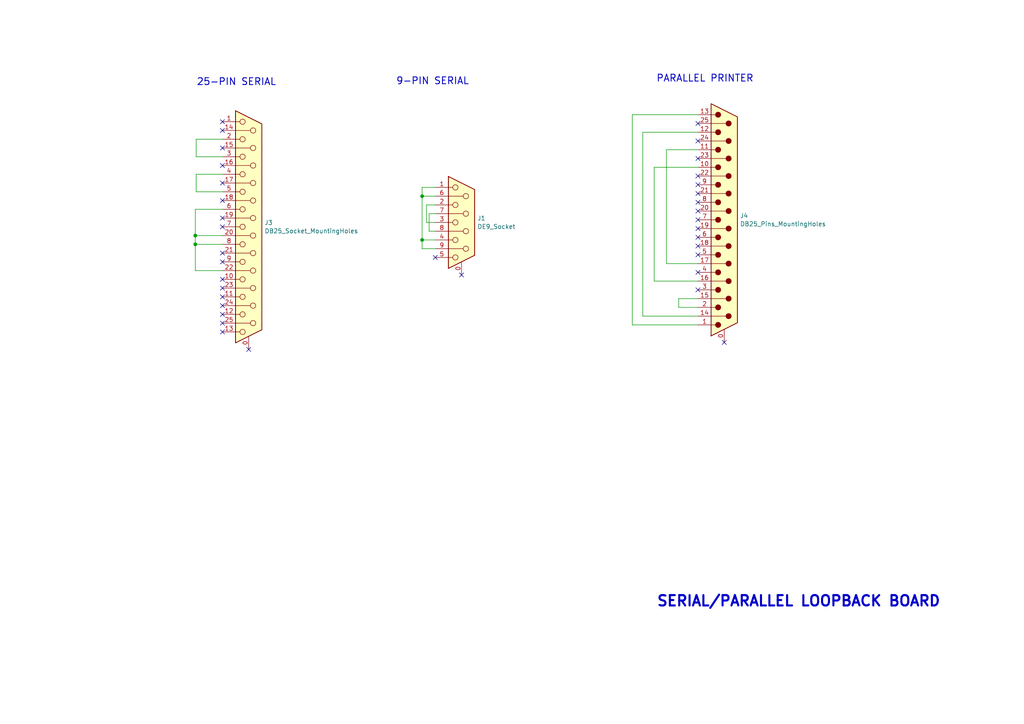
<source format=kicad_sch>
(kicad_sch
	(version 20250114)
	(generator "eeschema")
	(generator_version "9.0")
	(uuid "5c9a4a05-2c78-4e8b-bece-0c936be35f30")
	(paper "A4")
	(lib_symbols
		(symbol "Connector:DB25_Pins_MountingHoles"
			(pin_names
				(offset 1.016)
				(hide yes)
			)
			(exclude_from_sim no)
			(in_bom yes)
			(on_board yes)
			(property "Reference" "J"
				(at 0 36.83 0)
				(effects
					(font
						(size 1.27 1.27)
					)
				)
			)
			(property "Value" "DB25_Pins_MountingHoles"
				(at 0 34.925 0)
				(effects
					(font
						(size 1.27 1.27)
					)
				)
			)
			(property "Footprint" ""
				(at 0 0 0)
				(effects
					(font
						(size 1.27 1.27)
					)
					(hide yes)
				)
			)
			(property "Datasheet" "~"
				(at 0 0 0)
				(effects
					(font
						(size 1.27 1.27)
					)
					(hide yes)
				)
			)
			(property "Description" "25-pin D-SUB connector, pins (male), Mounting Hole"
				(at 0 0 0)
				(effects
					(font
						(size 1.27 1.27)
					)
					(hide yes)
				)
			)
			(property "ki_keywords" "DSUB"
				(at 0 0 0)
				(effects
					(font
						(size 1.27 1.27)
					)
					(hide yes)
				)
			)
			(property "ki_fp_filters" "DSUB*Pins*"
				(at 0 0 0)
				(effects
					(font
						(size 1.27 1.27)
					)
					(hide yes)
				)
			)
			(symbol "DB25_Pins_MountingHoles_0_1"
				(polyline
					(pts
						(xy -3.81 30.48) (xy -2.54 30.48)
					)
					(stroke
						(width 0)
						(type default)
					)
					(fill
						(type none)
					)
				)
				(polyline
					(pts
						(xy -3.81 27.94) (xy 0.508 27.94)
					)
					(stroke
						(width 0)
						(type default)
					)
					(fill
						(type none)
					)
				)
				(polyline
					(pts
						(xy -3.81 25.4) (xy -2.54 25.4)
					)
					(stroke
						(width 0)
						(type default)
					)
					(fill
						(type none)
					)
				)
				(polyline
					(pts
						(xy -3.81 22.86) (xy 0.508 22.86)
					)
					(stroke
						(width 0)
						(type default)
					)
					(fill
						(type none)
					)
				)
				(polyline
					(pts
						(xy -3.81 20.32) (xy -2.54 20.32)
					)
					(stroke
						(width 0)
						(type default)
					)
					(fill
						(type none)
					)
				)
				(polyline
					(pts
						(xy -3.81 17.78) (xy 0.508 17.78)
					)
					(stroke
						(width 0)
						(type default)
					)
					(fill
						(type none)
					)
				)
				(polyline
					(pts
						(xy -3.81 15.24) (xy -2.54 15.24)
					)
					(stroke
						(width 0)
						(type default)
					)
					(fill
						(type none)
					)
				)
				(polyline
					(pts
						(xy -3.81 12.7) (xy 0.508 12.7)
					)
					(stroke
						(width 0)
						(type default)
					)
					(fill
						(type none)
					)
				)
				(polyline
					(pts
						(xy -3.81 10.16) (xy -2.54 10.16)
					)
					(stroke
						(width 0)
						(type default)
					)
					(fill
						(type none)
					)
				)
				(polyline
					(pts
						(xy -3.81 7.62) (xy 0.508 7.62)
					)
					(stroke
						(width 0)
						(type default)
					)
					(fill
						(type none)
					)
				)
				(polyline
					(pts
						(xy -3.81 5.08) (xy -2.54 5.08)
					)
					(stroke
						(width 0)
						(type default)
					)
					(fill
						(type none)
					)
				)
				(polyline
					(pts
						(xy -3.81 2.54) (xy 0.508 2.54)
					)
					(stroke
						(width 0)
						(type default)
					)
					(fill
						(type none)
					)
				)
				(polyline
					(pts
						(xy -3.81 0) (xy -2.54 0)
					)
					(stroke
						(width 0)
						(type default)
					)
					(fill
						(type none)
					)
				)
				(polyline
					(pts
						(xy -3.81 -2.54) (xy 0.508 -2.54)
					)
					(stroke
						(width 0)
						(type default)
					)
					(fill
						(type none)
					)
				)
				(polyline
					(pts
						(xy -3.81 -5.08) (xy -2.54 -5.08)
					)
					(stroke
						(width 0)
						(type default)
					)
					(fill
						(type none)
					)
				)
				(polyline
					(pts
						(xy -3.81 -7.62) (xy 0.508 -7.62)
					)
					(stroke
						(width 0)
						(type default)
					)
					(fill
						(type none)
					)
				)
				(polyline
					(pts
						(xy -3.81 -10.16) (xy -2.54 -10.16)
					)
					(stroke
						(width 0)
						(type default)
					)
					(fill
						(type none)
					)
				)
				(polyline
					(pts
						(xy -3.81 -12.7) (xy 0.508 -12.7)
					)
					(stroke
						(width 0)
						(type default)
					)
					(fill
						(type none)
					)
				)
				(polyline
					(pts
						(xy -3.81 -15.24) (xy -2.54 -15.24)
					)
					(stroke
						(width 0)
						(type default)
					)
					(fill
						(type none)
					)
				)
				(polyline
					(pts
						(xy -3.81 -17.78) (xy 0.508 -17.78)
					)
					(stroke
						(width 0)
						(type default)
					)
					(fill
						(type none)
					)
				)
				(polyline
					(pts
						(xy -3.81 -20.32) (xy -2.54 -20.32)
					)
					(stroke
						(width 0)
						(type default)
					)
					(fill
						(type none)
					)
				)
				(polyline
					(pts
						(xy -3.81 -22.86) (xy 0.508 -22.86)
					)
					(stroke
						(width 0)
						(type default)
					)
					(fill
						(type none)
					)
				)
				(polyline
					(pts
						(xy -3.81 -25.4) (xy -2.54 -25.4)
					)
					(stroke
						(width 0)
						(type default)
					)
					(fill
						(type none)
					)
				)
				(polyline
					(pts
						(xy -3.81 -27.94) (xy 0.508 -27.94)
					)
					(stroke
						(width 0)
						(type default)
					)
					(fill
						(type none)
					)
				)
				(polyline
					(pts
						(xy -3.81 -30.48) (xy -2.54 -30.48)
					)
					(stroke
						(width 0)
						(type default)
					)
					(fill
						(type none)
					)
				)
				(polyline
					(pts
						(xy -3.81 -33.655) (xy 3.81 -29.845) (xy 3.81 29.845) (xy -3.81 33.655) (xy -3.81 -33.655)
					)
					(stroke
						(width 0.254)
						(type default)
					)
					(fill
						(type background)
					)
				)
				(circle
					(center -1.778 30.48)
					(radius 0.762)
					(stroke
						(width 0)
						(type default)
					)
					(fill
						(type outline)
					)
				)
				(circle
					(center -1.778 25.4)
					(radius 0.762)
					(stroke
						(width 0)
						(type default)
					)
					(fill
						(type outline)
					)
				)
				(circle
					(center -1.778 20.32)
					(radius 0.762)
					(stroke
						(width 0)
						(type default)
					)
					(fill
						(type outline)
					)
				)
				(circle
					(center -1.778 15.24)
					(radius 0.762)
					(stroke
						(width 0)
						(type default)
					)
					(fill
						(type outline)
					)
				)
				(circle
					(center -1.778 10.16)
					(radius 0.762)
					(stroke
						(width 0)
						(type default)
					)
					(fill
						(type outline)
					)
				)
				(circle
					(center -1.778 5.08)
					(radius 0.762)
					(stroke
						(width 0)
						(type default)
					)
					(fill
						(type outline)
					)
				)
				(circle
					(center -1.778 0)
					(radius 0.762)
					(stroke
						(width 0)
						(type default)
					)
					(fill
						(type outline)
					)
				)
				(circle
					(center -1.778 -5.08)
					(radius 0.762)
					(stroke
						(width 0)
						(type default)
					)
					(fill
						(type outline)
					)
				)
				(circle
					(center -1.778 -10.16)
					(radius 0.762)
					(stroke
						(width 0)
						(type default)
					)
					(fill
						(type outline)
					)
				)
				(circle
					(center -1.778 -15.24)
					(radius 0.762)
					(stroke
						(width 0)
						(type default)
					)
					(fill
						(type outline)
					)
				)
				(circle
					(center -1.778 -20.32)
					(radius 0.762)
					(stroke
						(width 0)
						(type default)
					)
					(fill
						(type outline)
					)
				)
				(circle
					(center -1.778 -25.4)
					(radius 0.762)
					(stroke
						(width 0)
						(type default)
					)
					(fill
						(type outline)
					)
				)
				(circle
					(center -1.778 -30.48)
					(radius 0.762)
					(stroke
						(width 0)
						(type default)
					)
					(fill
						(type outline)
					)
				)
				(circle
					(center 1.27 27.94)
					(radius 0.762)
					(stroke
						(width 0)
						(type default)
					)
					(fill
						(type outline)
					)
				)
				(circle
					(center 1.27 22.86)
					(radius 0.762)
					(stroke
						(width 0)
						(type default)
					)
					(fill
						(type outline)
					)
				)
				(circle
					(center 1.27 17.78)
					(radius 0.762)
					(stroke
						(width 0)
						(type default)
					)
					(fill
						(type outline)
					)
				)
				(circle
					(center 1.27 12.7)
					(radius 0.762)
					(stroke
						(width 0)
						(type default)
					)
					(fill
						(type outline)
					)
				)
				(circle
					(center 1.27 7.62)
					(radius 0.762)
					(stroke
						(width 0)
						(type default)
					)
					(fill
						(type outline)
					)
				)
				(circle
					(center 1.27 2.54)
					(radius 0.762)
					(stroke
						(width 0)
						(type default)
					)
					(fill
						(type outline)
					)
				)
				(circle
					(center 1.27 -2.54)
					(radius 0.762)
					(stroke
						(width 0)
						(type default)
					)
					(fill
						(type outline)
					)
				)
				(circle
					(center 1.27 -7.62)
					(radius 0.762)
					(stroke
						(width 0)
						(type default)
					)
					(fill
						(type outline)
					)
				)
				(circle
					(center 1.27 -12.7)
					(radius 0.762)
					(stroke
						(width 0)
						(type default)
					)
					(fill
						(type outline)
					)
				)
				(circle
					(center 1.27 -17.78)
					(radius 0.762)
					(stroke
						(width 0)
						(type default)
					)
					(fill
						(type outline)
					)
				)
				(circle
					(center 1.27 -22.86)
					(radius 0.762)
					(stroke
						(width 0)
						(type default)
					)
					(fill
						(type outline)
					)
				)
				(circle
					(center 1.27 -27.94)
					(radius 0.762)
					(stroke
						(width 0)
						(type default)
					)
					(fill
						(type outline)
					)
				)
			)
			(symbol "DB25_Pins_MountingHoles_1_1"
				(pin passive line
					(at -7.62 30.48 0)
					(length 3.81)
					(name "13"
						(effects
							(font
								(size 1.27 1.27)
							)
						)
					)
					(number "13"
						(effects
							(font
								(size 1.27 1.27)
							)
						)
					)
				)
				(pin passive line
					(at -7.62 27.94 0)
					(length 3.81)
					(name "P25"
						(effects
							(font
								(size 1.27 1.27)
							)
						)
					)
					(number "25"
						(effects
							(font
								(size 1.27 1.27)
							)
						)
					)
				)
				(pin passive line
					(at -7.62 25.4 0)
					(length 3.81)
					(name "12"
						(effects
							(font
								(size 1.27 1.27)
							)
						)
					)
					(number "12"
						(effects
							(font
								(size 1.27 1.27)
							)
						)
					)
				)
				(pin passive line
					(at -7.62 22.86 0)
					(length 3.81)
					(name "P24"
						(effects
							(font
								(size 1.27 1.27)
							)
						)
					)
					(number "24"
						(effects
							(font
								(size 1.27 1.27)
							)
						)
					)
				)
				(pin passive line
					(at -7.62 20.32 0)
					(length 3.81)
					(name "11"
						(effects
							(font
								(size 1.27 1.27)
							)
						)
					)
					(number "11"
						(effects
							(font
								(size 1.27 1.27)
							)
						)
					)
				)
				(pin passive line
					(at -7.62 17.78 0)
					(length 3.81)
					(name "P23"
						(effects
							(font
								(size 1.27 1.27)
							)
						)
					)
					(number "23"
						(effects
							(font
								(size 1.27 1.27)
							)
						)
					)
				)
				(pin passive line
					(at -7.62 15.24 0)
					(length 3.81)
					(name "10"
						(effects
							(font
								(size 1.27 1.27)
							)
						)
					)
					(number "10"
						(effects
							(font
								(size 1.27 1.27)
							)
						)
					)
				)
				(pin passive line
					(at -7.62 12.7 0)
					(length 3.81)
					(name "P22"
						(effects
							(font
								(size 1.27 1.27)
							)
						)
					)
					(number "22"
						(effects
							(font
								(size 1.27 1.27)
							)
						)
					)
				)
				(pin passive line
					(at -7.62 10.16 0)
					(length 3.81)
					(name "9"
						(effects
							(font
								(size 1.27 1.27)
							)
						)
					)
					(number "9"
						(effects
							(font
								(size 1.27 1.27)
							)
						)
					)
				)
				(pin passive line
					(at -7.62 7.62 0)
					(length 3.81)
					(name "P21"
						(effects
							(font
								(size 1.27 1.27)
							)
						)
					)
					(number "21"
						(effects
							(font
								(size 1.27 1.27)
							)
						)
					)
				)
				(pin passive line
					(at -7.62 5.08 0)
					(length 3.81)
					(name "8"
						(effects
							(font
								(size 1.27 1.27)
							)
						)
					)
					(number "8"
						(effects
							(font
								(size 1.27 1.27)
							)
						)
					)
				)
				(pin passive line
					(at -7.62 2.54 0)
					(length 3.81)
					(name "P20"
						(effects
							(font
								(size 1.27 1.27)
							)
						)
					)
					(number "20"
						(effects
							(font
								(size 1.27 1.27)
							)
						)
					)
				)
				(pin passive line
					(at -7.62 0 0)
					(length 3.81)
					(name "7"
						(effects
							(font
								(size 1.27 1.27)
							)
						)
					)
					(number "7"
						(effects
							(font
								(size 1.27 1.27)
							)
						)
					)
				)
				(pin passive line
					(at -7.62 -2.54 0)
					(length 3.81)
					(name "P19"
						(effects
							(font
								(size 1.27 1.27)
							)
						)
					)
					(number "19"
						(effects
							(font
								(size 1.27 1.27)
							)
						)
					)
				)
				(pin passive line
					(at -7.62 -5.08 0)
					(length 3.81)
					(name "6"
						(effects
							(font
								(size 1.27 1.27)
							)
						)
					)
					(number "6"
						(effects
							(font
								(size 1.27 1.27)
							)
						)
					)
				)
				(pin passive line
					(at -7.62 -7.62 0)
					(length 3.81)
					(name "P18"
						(effects
							(font
								(size 1.27 1.27)
							)
						)
					)
					(number "18"
						(effects
							(font
								(size 1.27 1.27)
							)
						)
					)
				)
				(pin passive line
					(at -7.62 -10.16 0)
					(length 3.81)
					(name "5"
						(effects
							(font
								(size 1.27 1.27)
							)
						)
					)
					(number "5"
						(effects
							(font
								(size 1.27 1.27)
							)
						)
					)
				)
				(pin passive line
					(at -7.62 -12.7 0)
					(length 3.81)
					(name "P17"
						(effects
							(font
								(size 1.27 1.27)
							)
						)
					)
					(number "17"
						(effects
							(font
								(size 1.27 1.27)
							)
						)
					)
				)
				(pin passive line
					(at -7.62 -15.24 0)
					(length 3.81)
					(name "4"
						(effects
							(font
								(size 1.27 1.27)
							)
						)
					)
					(number "4"
						(effects
							(font
								(size 1.27 1.27)
							)
						)
					)
				)
				(pin passive line
					(at -7.62 -17.78 0)
					(length 3.81)
					(name "P16"
						(effects
							(font
								(size 1.27 1.27)
							)
						)
					)
					(number "16"
						(effects
							(font
								(size 1.27 1.27)
							)
						)
					)
				)
				(pin passive line
					(at -7.62 -20.32 0)
					(length 3.81)
					(name "3"
						(effects
							(font
								(size 1.27 1.27)
							)
						)
					)
					(number "3"
						(effects
							(font
								(size 1.27 1.27)
							)
						)
					)
				)
				(pin passive line
					(at -7.62 -22.86 0)
					(length 3.81)
					(name "P15"
						(effects
							(font
								(size 1.27 1.27)
							)
						)
					)
					(number "15"
						(effects
							(font
								(size 1.27 1.27)
							)
						)
					)
				)
				(pin passive line
					(at -7.62 -25.4 0)
					(length 3.81)
					(name "2"
						(effects
							(font
								(size 1.27 1.27)
							)
						)
					)
					(number "2"
						(effects
							(font
								(size 1.27 1.27)
							)
						)
					)
				)
				(pin passive line
					(at -7.62 -27.94 0)
					(length 3.81)
					(name "P14"
						(effects
							(font
								(size 1.27 1.27)
							)
						)
					)
					(number "14"
						(effects
							(font
								(size 1.27 1.27)
							)
						)
					)
				)
				(pin passive line
					(at -7.62 -30.48 0)
					(length 3.81)
					(name "1"
						(effects
							(font
								(size 1.27 1.27)
							)
						)
					)
					(number "1"
						(effects
							(font
								(size 1.27 1.27)
							)
						)
					)
				)
				(pin passive line
					(at 0 -35.56 90)
					(length 3.81)
					(name "PAD"
						(effects
							(font
								(size 1.27 1.27)
							)
						)
					)
					(number "0"
						(effects
							(font
								(size 1.27 1.27)
							)
						)
					)
				)
			)
			(embedded_fonts no)
		)
		(symbol "Connector:DB25_Socket_MountingHoles"
			(pin_names
				(offset 1.016)
				(hide yes)
			)
			(exclude_from_sim no)
			(in_bom yes)
			(on_board yes)
			(property "Reference" "J"
				(at 0 36.83 0)
				(effects
					(font
						(size 1.27 1.27)
					)
				)
			)
			(property "Value" "DB25_Socket_MountingHoles"
				(at 0 34.925 0)
				(effects
					(font
						(size 1.27 1.27)
					)
				)
			)
			(property "Footprint" ""
				(at 0 0 0)
				(effects
					(font
						(size 1.27 1.27)
					)
					(hide yes)
				)
			)
			(property "Datasheet" "~"
				(at 0 0 0)
				(effects
					(font
						(size 1.27 1.27)
					)
					(hide yes)
				)
			)
			(property "Description" "25-pin D-SUB connector, socket (female), Mounting Hole"
				(at 0 0 0)
				(effects
					(font
						(size 1.27 1.27)
					)
					(hide yes)
				)
			)
			(property "ki_keywords" "DSUB"
				(at 0 0 0)
				(effects
					(font
						(size 1.27 1.27)
					)
					(hide yes)
				)
			)
			(property "ki_fp_filters" "DSUB*Socket*"
				(at 0 0 0)
				(effects
					(font
						(size 1.27 1.27)
					)
					(hide yes)
				)
			)
			(symbol "DB25_Socket_MountingHoles_0_1"
				(polyline
					(pts
						(xy -3.81 33.655) (xy 3.81 29.845) (xy 3.81 -29.845) (xy -3.81 -33.655) (xy -3.81 33.655)
					)
					(stroke
						(width 0.254)
						(type default)
					)
					(fill
						(type background)
					)
				)
				(polyline
					(pts
						(xy -3.81 30.48) (xy -2.54 30.48)
					)
					(stroke
						(width 0)
						(type default)
					)
					(fill
						(type none)
					)
				)
				(polyline
					(pts
						(xy -3.81 27.94) (xy 0.508 27.94)
					)
					(stroke
						(width 0)
						(type default)
					)
					(fill
						(type none)
					)
				)
				(polyline
					(pts
						(xy -3.81 25.4) (xy -2.54 25.4)
					)
					(stroke
						(width 0)
						(type default)
					)
					(fill
						(type none)
					)
				)
				(polyline
					(pts
						(xy -3.81 22.86) (xy 0.508 22.86)
					)
					(stroke
						(width 0)
						(type default)
					)
					(fill
						(type none)
					)
				)
				(polyline
					(pts
						(xy -3.81 20.32) (xy -2.54 20.32)
					)
					(stroke
						(width 0)
						(type default)
					)
					(fill
						(type none)
					)
				)
				(polyline
					(pts
						(xy -3.81 17.78) (xy 0.508 17.78)
					)
					(stroke
						(width 0)
						(type default)
					)
					(fill
						(type none)
					)
				)
				(polyline
					(pts
						(xy -3.81 15.24) (xy -2.54 15.24)
					)
					(stroke
						(width 0)
						(type default)
					)
					(fill
						(type none)
					)
				)
				(polyline
					(pts
						(xy -3.81 12.7) (xy 0.508 12.7)
					)
					(stroke
						(width 0)
						(type default)
					)
					(fill
						(type none)
					)
				)
				(polyline
					(pts
						(xy -3.81 10.16) (xy -2.54 10.16)
					)
					(stroke
						(width 0)
						(type default)
					)
					(fill
						(type none)
					)
				)
				(polyline
					(pts
						(xy -3.81 7.62) (xy 0.508 7.62)
					)
					(stroke
						(width 0)
						(type default)
					)
					(fill
						(type none)
					)
				)
				(polyline
					(pts
						(xy -3.81 5.08) (xy -2.54 5.08)
					)
					(stroke
						(width 0)
						(type default)
					)
					(fill
						(type none)
					)
				)
				(polyline
					(pts
						(xy -3.81 2.54) (xy 0.508 2.54)
					)
					(stroke
						(width 0)
						(type default)
					)
					(fill
						(type none)
					)
				)
				(polyline
					(pts
						(xy -3.81 0) (xy -2.54 0)
					)
					(stroke
						(width 0)
						(type default)
					)
					(fill
						(type none)
					)
				)
				(polyline
					(pts
						(xy -3.81 -2.54) (xy 0.508 -2.54)
					)
					(stroke
						(width 0)
						(type default)
					)
					(fill
						(type none)
					)
				)
				(polyline
					(pts
						(xy -3.81 -5.08) (xy -2.54 -5.08)
					)
					(stroke
						(width 0)
						(type default)
					)
					(fill
						(type none)
					)
				)
				(polyline
					(pts
						(xy -3.81 -7.62) (xy 0.508 -7.62)
					)
					(stroke
						(width 0)
						(type default)
					)
					(fill
						(type none)
					)
				)
				(polyline
					(pts
						(xy -3.81 -10.16) (xy -2.54 -10.16)
					)
					(stroke
						(width 0)
						(type default)
					)
					(fill
						(type none)
					)
				)
				(polyline
					(pts
						(xy -3.81 -12.7) (xy 0.508 -12.7)
					)
					(stroke
						(width 0)
						(type default)
					)
					(fill
						(type none)
					)
				)
				(polyline
					(pts
						(xy -3.81 -15.24) (xy -2.54 -15.24)
					)
					(stroke
						(width 0)
						(type default)
					)
					(fill
						(type none)
					)
				)
				(polyline
					(pts
						(xy -3.81 -17.78) (xy 0.508 -17.78)
					)
					(stroke
						(width 0)
						(type default)
					)
					(fill
						(type none)
					)
				)
				(polyline
					(pts
						(xy -3.81 -20.32) (xy -2.54 -20.32)
					)
					(stroke
						(width 0)
						(type default)
					)
					(fill
						(type none)
					)
				)
				(polyline
					(pts
						(xy -3.81 -22.86) (xy 0.508 -22.86)
					)
					(stroke
						(width 0)
						(type default)
					)
					(fill
						(type none)
					)
				)
				(polyline
					(pts
						(xy -3.81 -25.4) (xy -2.54 -25.4)
					)
					(stroke
						(width 0)
						(type default)
					)
					(fill
						(type none)
					)
				)
				(polyline
					(pts
						(xy -3.81 -27.94) (xy 0.508 -27.94)
					)
					(stroke
						(width 0)
						(type default)
					)
					(fill
						(type none)
					)
				)
				(polyline
					(pts
						(xy -3.81 -30.48) (xy -2.54 -30.48)
					)
					(stroke
						(width 0)
						(type default)
					)
					(fill
						(type none)
					)
				)
				(circle
					(center -1.778 30.48)
					(radius 0.762)
					(stroke
						(width 0)
						(type default)
					)
					(fill
						(type none)
					)
				)
				(circle
					(center -1.778 25.4)
					(radius 0.762)
					(stroke
						(width 0)
						(type default)
					)
					(fill
						(type none)
					)
				)
				(circle
					(center -1.778 20.32)
					(radius 0.762)
					(stroke
						(width 0)
						(type default)
					)
					(fill
						(type none)
					)
				)
				(circle
					(center -1.778 15.24)
					(radius 0.762)
					(stroke
						(width 0)
						(type default)
					)
					(fill
						(type none)
					)
				)
				(circle
					(center -1.778 10.16)
					(radius 0.762)
					(stroke
						(width 0)
						(type default)
					)
					(fill
						(type none)
					)
				)
				(circle
					(center -1.778 5.08)
					(radius 0.762)
					(stroke
						(width 0)
						(type default)
					)
					(fill
						(type none)
					)
				)
				(circle
					(center -1.778 0)
					(radius 0.762)
					(stroke
						(width 0)
						(type default)
					)
					(fill
						(type none)
					)
				)
				(circle
					(center -1.778 -5.08)
					(radius 0.762)
					(stroke
						(width 0)
						(type default)
					)
					(fill
						(type none)
					)
				)
				(circle
					(center -1.778 -10.16)
					(radius 0.762)
					(stroke
						(width 0)
						(type default)
					)
					(fill
						(type none)
					)
				)
				(circle
					(center -1.778 -15.24)
					(radius 0.762)
					(stroke
						(width 0)
						(type default)
					)
					(fill
						(type none)
					)
				)
				(circle
					(center -1.778 -20.32)
					(radius 0.762)
					(stroke
						(width 0)
						(type default)
					)
					(fill
						(type none)
					)
				)
				(circle
					(center -1.778 -25.4)
					(radius 0.762)
					(stroke
						(width 0)
						(type default)
					)
					(fill
						(type none)
					)
				)
				(circle
					(center -1.778 -30.48)
					(radius 0.762)
					(stroke
						(width 0)
						(type default)
					)
					(fill
						(type none)
					)
				)
				(circle
					(center 1.27 27.94)
					(radius 0.762)
					(stroke
						(width 0)
						(type default)
					)
					(fill
						(type none)
					)
				)
				(circle
					(center 1.27 22.86)
					(radius 0.762)
					(stroke
						(width 0)
						(type default)
					)
					(fill
						(type none)
					)
				)
				(circle
					(center 1.27 17.78)
					(radius 0.762)
					(stroke
						(width 0)
						(type default)
					)
					(fill
						(type none)
					)
				)
				(circle
					(center 1.27 12.7)
					(radius 0.762)
					(stroke
						(width 0)
						(type default)
					)
					(fill
						(type none)
					)
				)
				(circle
					(center 1.27 7.62)
					(radius 0.762)
					(stroke
						(width 0)
						(type default)
					)
					(fill
						(type none)
					)
				)
				(circle
					(center 1.27 2.54)
					(radius 0.762)
					(stroke
						(width 0)
						(type default)
					)
					(fill
						(type none)
					)
				)
				(circle
					(center 1.27 -2.54)
					(radius 0.762)
					(stroke
						(width 0)
						(type default)
					)
					(fill
						(type none)
					)
				)
				(circle
					(center 1.27 -7.62)
					(radius 0.762)
					(stroke
						(width 0)
						(type default)
					)
					(fill
						(type none)
					)
				)
				(circle
					(center 1.27 -12.7)
					(radius 0.762)
					(stroke
						(width 0)
						(type default)
					)
					(fill
						(type none)
					)
				)
				(circle
					(center 1.27 -17.78)
					(radius 0.762)
					(stroke
						(width 0)
						(type default)
					)
					(fill
						(type none)
					)
				)
				(circle
					(center 1.27 -22.86)
					(radius 0.762)
					(stroke
						(width 0)
						(type default)
					)
					(fill
						(type none)
					)
				)
				(circle
					(center 1.27 -27.94)
					(radius 0.762)
					(stroke
						(width 0)
						(type default)
					)
					(fill
						(type none)
					)
				)
			)
			(symbol "DB25_Socket_MountingHoles_1_1"
				(pin passive line
					(at -7.62 30.48 0)
					(length 3.81)
					(name "1"
						(effects
							(font
								(size 1.27 1.27)
							)
						)
					)
					(number "1"
						(effects
							(font
								(size 1.27 1.27)
							)
						)
					)
				)
				(pin passive line
					(at -7.62 27.94 0)
					(length 3.81)
					(name "P14"
						(effects
							(font
								(size 1.27 1.27)
							)
						)
					)
					(number "14"
						(effects
							(font
								(size 1.27 1.27)
							)
						)
					)
				)
				(pin passive line
					(at -7.62 25.4 0)
					(length 3.81)
					(name "2"
						(effects
							(font
								(size 1.27 1.27)
							)
						)
					)
					(number "2"
						(effects
							(font
								(size 1.27 1.27)
							)
						)
					)
				)
				(pin passive line
					(at -7.62 22.86 0)
					(length 3.81)
					(name "P15"
						(effects
							(font
								(size 1.27 1.27)
							)
						)
					)
					(number "15"
						(effects
							(font
								(size 1.27 1.27)
							)
						)
					)
				)
				(pin passive line
					(at -7.62 20.32 0)
					(length 3.81)
					(name "3"
						(effects
							(font
								(size 1.27 1.27)
							)
						)
					)
					(number "3"
						(effects
							(font
								(size 1.27 1.27)
							)
						)
					)
				)
				(pin passive line
					(at -7.62 17.78 0)
					(length 3.81)
					(name "P16"
						(effects
							(font
								(size 1.27 1.27)
							)
						)
					)
					(number "16"
						(effects
							(font
								(size 1.27 1.27)
							)
						)
					)
				)
				(pin passive line
					(at -7.62 15.24 0)
					(length 3.81)
					(name "4"
						(effects
							(font
								(size 1.27 1.27)
							)
						)
					)
					(number "4"
						(effects
							(font
								(size 1.27 1.27)
							)
						)
					)
				)
				(pin passive line
					(at -7.62 12.7 0)
					(length 3.81)
					(name "P17"
						(effects
							(font
								(size 1.27 1.27)
							)
						)
					)
					(number "17"
						(effects
							(font
								(size 1.27 1.27)
							)
						)
					)
				)
				(pin passive line
					(at -7.62 10.16 0)
					(length 3.81)
					(name "5"
						(effects
							(font
								(size 1.27 1.27)
							)
						)
					)
					(number "5"
						(effects
							(font
								(size 1.27 1.27)
							)
						)
					)
				)
				(pin passive line
					(at -7.62 7.62 0)
					(length 3.81)
					(name "P18"
						(effects
							(font
								(size 1.27 1.27)
							)
						)
					)
					(number "18"
						(effects
							(font
								(size 1.27 1.27)
							)
						)
					)
				)
				(pin passive line
					(at -7.62 5.08 0)
					(length 3.81)
					(name "6"
						(effects
							(font
								(size 1.27 1.27)
							)
						)
					)
					(number "6"
						(effects
							(font
								(size 1.27 1.27)
							)
						)
					)
				)
				(pin passive line
					(at -7.62 2.54 0)
					(length 3.81)
					(name "P19"
						(effects
							(font
								(size 1.27 1.27)
							)
						)
					)
					(number "19"
						(effects
							(font
								(size 1.27 1.27)
							)
						)
					)
				)
				(pin passive line
					(at -7.62 0 0)
					(length 3.81)
					(name "7"
						(effects
							(font
								(size 1.27 1.27)
							)
						)
					)
					(number "7"
						(effects
							(font
								(size 1.27 1.27)
							)
						)
					)
				)
				(pin passive line
					(at -7.62 -2.54 0)
					(length 3.81)
					(name "P20"
						(effects
							(font
								(size 1.27 1.27)
							)
						)
					)
					(number "20"
						(effects
							(font
								(size 1.27 1.27)
							)
						)
					)
				)
				(pin passive line
					(at -7.62 -5.08 0)
					(length 3.81)
					(name "8"
						(effects
							(font
								(size 1.27 1.27)
							)
						)
					)
					(number "8"
						(effects
							(font
								(size 1.27 1.27)
							)
						)
					)
				)
				(pin passive line
					(at -7.62 -7.62 0)
					(length 3.81)
					(name "P21"
						(effects
							(font
								(size 1.27 1.27)
							)
						)
					)
					(number "21"
						(effects
							(font
								(size 1.27 1.27)
							)
						)
					)
				)
				(pin passive line
					(at -7.62 -10.16 0)
					(length 3.81)
					(name "9"
						(effects
							(font
								(size 1.27 1.27)
							)
						)
					)
					(number "9"
						(effects
							(font
								(size 1.27 1.27)
							)
						)
					)
				)
				(pin passive line
					(at -7.62 -12.7 0)
					(length 3.81)
					(name "P22"
						(effects
							(font
								(size 1.27 1.27)
							)
						)
					)
					(number "22"
						(effects
							(font
								(size 1.27 1.27)
							)
						)
					)
				)
				(pin passive line
					(at -7.62 -15.24 0)
					(length 3.81)
					(name "10"
						(effects
							(font
								(size 1.27 1.27)
							)
						)
					)
					(number "10"
						(effects
							(font
								(size 1.27 1.27)
							)
						)
					)
				)
				(pin passive line
					(at -7.62 -17.78 0)
					(length 3.81)
					(name "P23"
						(effects
							(font
								(size 1.27 1.27)
							)
						)
					)
					(number "23"
						(effects
							(font
								(size 1.27 1.27)
							)
						)
					)
				)
				(pin passive line
					(at -7.62 -20.32 0)
					(length 3.81)
					(name "11"
						(effects
							(font
								(size 1.27 1.27)
							)
						)
					)
					(number "11"
						(effects
							(font
								(size 1.27 1.27)
							)
						)
					)
				)
				(pin passive line
					(at -7.62 -22.86 0)
					(length 3.81)
					(name "P24"
						(effects
							(font
								(size 1.27 1.27)
							)
						)
					)
					(number "24"
						(effects
							(font
								(size 1.27 1.27)
							)
						)
					)
				)
				(pin passive line
					(at -7.62 -25.4 0)
					(length 3.81)
					(name "12"
						(effects
							(font
								(size 1.27 1.27)
							)
						)
					)
					(number "12"
						(effects
							(font
								(size 1.27 1.27)
							)
						)
					)
				)
				(pin passive line
					(at -7.62 -27.94 0)
					(length 3.81)
					(name "P25"
						(effects
							(font
								(size 1.27 1.27)
							)
						)
					)
					(number "25"
						(effects
							(font
								(size 1.27 1.27)
							)
						)
					)
				)
				(pin passive line
					(at -7.62 -30.48 0)
					(length 3.81)
					(name "13"
						(effects
							(font
								(size 1.27 1.27)
							)
						)
					)
					(number "13"
						(effects
							(font
								(size 1.27 1.27)
							)
						)
					)
				)
				(pin passive line
					(at 0 -35.56 90)
					(length 3.81)
					(name "PAD"
						(effects
							(font
								(size 1.27 1.27)
							)
						)
					)
					(number "0"
						(effects
							(font
								(size 1.27 1.27)
							)
						)
					)
				)
			)
			(embedded_fonts no)
		)
		(symbol "Connector:DE9_Socket_MountingHoles"
			(pin_names
				(offset 1.016)
				(hide yes)
			)
			(exclude_from_sim no)
			(in_bom yes)
			(on_board yes)
			(property "Reference" "J"
				(at 0 16.51 0)
				(effects
					(font
						(size 1.27 1.27)
					)
				)
			)
			(property "Value" "DE9_Socket_MountingHoles"
				(at 0 14.605 0)
				(effects
					(font
						(size 1.27 1.27)
					)
				)
			)
			(property "Footprint" ""
				(at 0 0 0)
				(effects
					(font
						(size 1.27 1.27)
					)
					(hide yes)
				)
			)
			(property "Datasheet" "~"
				(at 0 0 0)
				(effects
					(font
						(size 1.27 1.27)
					)
					(hide yes)
				)
			)
			(property "Description" "9-pin D-SUB connector, socket (female), Mounting Hole"
				(at 0 0 0)
				(effects
					(font
						(size 1.27 1.27)
					)
					(hide yes)
				)
			)
			(property "ki_keywords" "DSUB DB9"
				(at 0 0 0)
				(effects
					(font
						(size 1.27 1.27)
					)
					(hide yes)
				)
			)
			(property "ki_fp_filters" "DSUB*Socket*"
				(at 0 0 0)
				(effects
					(font
						(size 1.27 1.27)
					)
					(hide yes)
				)
			)
			(symbol "DE9_Socket_MountingHoles_0_1"
				(polyline
					(pts
						(xy -3.81 13.335) (xy -3.81 -13.335) (xy 3.81 -9.525) (xy 3.81 9.525) (xy -3.81 13.335)
					)
					(stroke
						(width 0.254)
						(type default)
					)
					(fill
						(type background)
					)
				)
				(polyline
					(pts
						(xy -3.81 10.16) (xy -2.54 10.16)
					)
					(stroke
						(width 0)
						(type default)
					)
					(fill
						(type none)
					)
				)
				(polyline
					(pts
						(xy -3.81 7.62) (xy 0.508 7.62)
					)
					(stroke
						(width 0)
						(type default)
					)
					(fill
						(type none)
					)
				)
				(polyline
					(pts
						(xy -3.81 5.08) (xy -2.54 5.08)
					)
					(stroke
						(width 0)
						(type default)
					)
					(fill
						(type none)
					)
				)
				(polyline
					(pts
						(xy -3.81 2.54) (xy 0.508 2.54)
					)
					(stroke
						(width 0)
						(type default)
					)
					(fill
						(type none)
					)
				)
				(polyline
					(pts
						(xy -3.81 0) (xy -2.54 0)
					)
					(stroke
						(width 0)
						(type default)
					)
					(fill
						(type none)
					)
				)
				(polyline
					(pts
						(xy -3.81 -2.54) (xy 0.508 -2.54)
					)
					(stroke
						(width 0)
						(type default)
					)
					(fill
						(type none)
					)
				)
				(polyline
					(pts
						(xy -3.81 -5.08) (xy -2.54 -5.08)
					)
					(stroke
						(width 0)
						(type default)
					)
					(fill
						(type none)
					)
				)
				(polyline
					(pts
						(xy -3.81 -7.62) (xy 0.508 -7.62)
					)
					(stroke
						(width 0)
						(type default)
					)
					(fill
						(type none)
					)
				)
				(polyline
					(pts
						(xy -3.81 -10.16) (xy -2.54 -10.16)
					)
					(stroke
						(width 0)
						(type default)
					)
					(fill
						(type none)
					)
				)
				(circle
					(center -1.778 10.16)
					(radius 0.762)
					(stroke
						(width 0)
						(type default)
					)
					(fill
						(type none)
					)
				)
				(circle
					(center -1.778 5.08)
					(radius 0.762)
					(stroke
						(width 0)
						(type default)
					)
					(fill
						(type none)
					)
				)
				(circle
					(center -1.778 0)
					(radius 0.762)
					(stroke
						(width 0)
						(type default)
					)
					(fill
						(type none)
					)
				)
				(circle
					(center -1.778 -5.08)
					(radius 0.762)
					(stroke
						(width 0)
						(type default)
					)
					(fill
						(type none)
					)
				)
				(circle
					(center -1.778 -10.16)
					(radius 0.762)
					(stroke
						(width 0)
						(type default)
					)
					(fill
						(type none)
					)
				)
				(circle
					(center 1.27 7.62)
					(radius 0.762)
					(stroke
						(width 0)
						(type default)
					)
					(fill
						(type none)
					)
				)
				(circle
					(center 1.27 2.54)
					(radius 0.762)
					(stroke
						(width 0)
						(type default)
					)
					(fill
						(type none)
					)
				)
				(circle
					(center 1.27 -2.54)
					(radius 0.762)
					(stroke
						(width 0)
						(type default)
					)
					(fill
						(type none)
					)
				)
				(circle
					(center 1.27 -7.62)
					(radius 0.762)
					(stroke
						(width 0)
						(type default)
					)
					(fill
						(type none)
					)
				)
			)
			(symbol "DE9_Socket_MountingHoles_1_1"
				(pin passive line
					(at -7.62 10.16 0)
					(length 3.81)
					(name "1"
						(effects
							(font
								(size 1.27 1.27)
							)
						)
					)
					(number "1"
						(effects
							(font
								(size 1.27 1.27)
							)
						)
					)
				)
				(pin passive line
					(at -7.62 7.62 0)
					(length 3.81)
					(name "6"
						(effects
							(font
								(size 1.27 1.27)
							)
						)
					)
					(number "6"
						(effects
							(font
								(size 1.27 1.27)
							)
						)
					)
				)
				(pin passive line
					(at -7.62 5.08 0)
					(length 3.81)
					(name "2"
						(effects
							(font
								(size 1.27 1.27)
							)
						)
					)
					(number "2"
						(effects
							(font
								(size 1.27 1.27)
							)
						)
					)
				)
				(pin passive line
					(at -7.62 2.54 0)
					(length 3.81)
					(name "7"
						(effects
							(font
								(size 1.27 1.27)
							)
						)
					)
					(number "7"
						(effects
							(font
								(size 1.27 1.27)
							)
						)
					)
				)
				(pin passive line
					(at -7.62 0 0)
					(length 3.81)
					(name "3"
						(effects
							(font
								(size 1.27 1.27)
							)
						)
					)
					(number "3"
						(effects
							(font
								(size 1.27 1.27)
							)
						)
					)
				)
				(pin passive line
					(at -7.62 -2.54 0)
					(length 3.81)
					(name "8"
						(effects
							(font
								(size 1.27 1.27)
							)
						)
					)
					(number "8"
						(effects
							(font
								(size 1.27 1.27)
							)
						)
					)
				)
				(pin passive line
					(at -7.62 -5.08 0)
					(length 3.81)
					(name "4"
						(effects
							(font
								(size 1.27 1.27)
							)
						)
					)
					(number "4"
						(effects
							(font
								(size 1.27 1.27)
							)
						)
					)
				)
				(pin passive line
					(at -7.62 -7.62 0)
					(length 3.81)
					(name "9"
						(effects
							(font
								(size 1.27 1.27)
							)
						)
					)
					(number "9"
						(effects
							(font
								(size 1.27 1.27)
							)
						)
					)
				)
				(pin passive line
					(at -7.62 -10.16 0)
					(length 3.81)
					(name "5"
						(effects
							(font
								(size 1.27 1.27)
							)
						)
					)
					(number "5"
						(effects
							(font
								(size 1.27 1.27)
							)
						)
					)
				)
				(pin passive line
					(at 0 -15.24 90)
					(length 3.81)
					(name "PAD"
						(effects
							(font
								(size 1.27 1.27)
							)
						)
					)
					(number "0"
						(effects
							(font
								(size 1.27 1.27)
							)
						)
					)
				)
			)
			(embedded_fonts no)
		)
	)
	(text "PARALLEL PRINTER"
		(exclude_from_sim no)
		(at 204.47 22.86 0)
		(effects
			(font
				(size 2 2)
				(thickness 0.254)
				(bold yes)
			)
		)
		(uuid "4d6985cb-a7ab-4992-9042-a37dfd4253b3")
	)
	(text "9-PIN SERIAL"
		(exclude_from_sim no)
		(at 125.476 23.622 0)
		(effects
			(font
				(size 2 2)
				(thickness 0.254)
				(bold yes)
			)
		)
		(uuid "62b325c3-74f6-4b8a-99f4-e051360e9b55")
	)
	(text "25-PIN SERIAL"
		(exclude_from_sim no)
		(at 68.58 23.876 0)
		(effects
			(font
				(size 2 2)
				(thickness 0.254)
				(bold yes)
			)
		)
		(uuid "b79a8753-b306-48ec-bf67-dffbf121670d")
	)
	(text "SERIAL/PARALLEL LOOPBACK BOARD"
		(exclude_from_sim no)
		(at 231.648 174.498 0)
		(effects
			(font
				(size 3 3)
				(thickness 0.6)
				(bold yes)
			)
		)
		(uuid "cd9b9cf3-082a-4e23-b38c-c98ffdd59606")
	)
	(junction
		(at 122.428 56.896)
		(diameter 0)
		(color 0 0 0 0)
		(uuid "3ba44e62-9294-4f13-ba35-5a6b50be3311")
	)
	(junction
		(at 56.642 68.326)
		(diameter 0)
		(color 0 0 0 0)
		(uuid "4a63e238-d731-45ad-9fac-98e5a57bf352")
	)
	(junction
		(at 122.428 69.596)
		(diameter 0)
		(color 0 0 0 0)
		(uuid "86ae5d44-f4cd-4a88-be08-3500deeb4a5d")
	)
	(junction
		(at 56.642 70.866)
		(diameter 0)
		(color 0 0 0 0)
		(uuid "f2e91b4e-53a8-4fae-aec4-d74335c2c3f0")
	)
	(no_connect
		(at 64.516 63.246)
		(uuid "00f1389b-8ed5-4e64-af32-f518d1715d33")
	)
	(no_connect
		(at 64.516 83.566)
		(uuid "085f07ae-76c2-4444-bf42-db976baaa587")
	)
	(no_connect
		(at 64.516 65.786)
		(uuid "08bf4924-9a23-40e0-afb1-251569193bf1")
	)
	(no_connect
		(at 64.516 93.726)
		(uuid "0ac349c7-835e-490f-88e4-6d1bb82ab113")
	)
	(no_connect
		(at 64.516 53.086)
		(uuid "1001e427-0107-44d6-a459-f6fd6f71a78a")
	)
	(no_connect
		(at 202.438 61.214)
		(uuid "1a7a04e8-9712-4d59-ad55-f826beab72b4")
	)
	(no_connect
		(at 64.516 37.846)
		(uuid "1dc0fccf-0f0e-4d60-a125-a25d2849782c")
	)
	(no_connect
		(at 64.516 81.026)
		(uuid "381c5cbd-684a-492d-92b4-2670d65e14c4")
	)
	(no_connect
		(at 202.438 78.994)
		(uuid "38580ed1-d2b9-4205-8955-4ca1ff7b945f")
	)
	(no_connect
		(at 64.516 88.646)
		(uuid "39f18378-7a05-4951-a761-a07082c50119")
	)
	(no_connect
		(at 133.858 79.756)
		(uuid "4171d911-933c-4fbc-a35a-15038c1d545e")
	)
	(no_connect
		(at 202.438 66.294)
		(uuid "4c7eb20e-1278-4157-aad7-19f32a45d8cd")
	)
	(no_connect
		(at 202.438 63.754)
		(uuid "4c989104-879b-4a67-836a-d7cff219a683")
	)
	(no_connect
		(at 202.438 56.134)
		(uuid "4eb88e1e-da78-4159-a93d-a6aa6424800f")
	)
	(no_connect
		(at 202.438 45.974)
		(uuid "5312d529-315b-454e-a386-9fccfdf4beeb")
	)
	(no_connect
		(at 64.516 75.946)
		(uuid "6f592287-29ea-4112-97c6-ea59dff64eba")
	)
	(no_connect
		(at 64.516 42.926)
		(uuid "713fb53b-14db-47a2-b1d9-15779d4a20f7")
	)
	(no_connect
		(at 126.238 74.676)
		(uuid "75bf5212-5285-4a7c-ac07-3af5e6f981e7")
	)
	(no_connect
		(at 64.516 35.306)
		(uuid "7cf04eb8-ed89-4c3f-9fd8-ab04e6faf6bd")
	)
	(no_connect
		(at 64.516 58.166)
		(uuid "8b45ab40-6e1f-43d1-a17d-8e9fa5307aba")
	)
	(no_connect
		(at 202.438 40.894)
		(uuid "943eb92d-3715-4887-8803-96614cc2662b")
	)
	(no_connect
		(at 202.438 71.374)
		(uuid "9447eefb-c1e8-4ce2-93e0-a70d3c6db2d3")
	)
	(no_connect
		(at 72.136 101.346)
		(uuid "94a6dead-cd09-4a0b-93f5-927fe6027c1f")
	)
	(no_connect
		(at 202.438 73.914)
		(uuid "97729195-5c26-4e81-b927-d8623968f6c7")
	)
	(no_connect
		(at 202.438 84.074)
		(uuid "9fdb0048-8f1a-4da8-8ab2-14116e7f9c1d")
	)
	(no_connect
		(at 64.516 86.106)
		(uuid "a26c047f-09a7-4f6e-8b34-cf1894498ee3")
	)
	(no_connect
		(at 210.058 99.314)
		(uuid "aab02c34-3fc2-4751-8838-020cf362bf22")
	)
	(no_connect
		(at 64.516 91.186)
		(uuid "bf7d03ed-32bf-4243-90a1-9bc3f6f57402")
	)
	(no_connect
		(at 64.516 48.006)
		(uuid "cca0edb1-c1fd-4854-9ecc-83387103e61c")
	)
	(no_connect
		(at 202.438 68.834)
		(uuid "dc200a4b-5c0f-410a-bf8e-da5e17105884")
	)
	(no_connect
		(at 202.438 53.594)
		(uuid "e0dd760b-712c-4a43-b00e-bdc5e9e12ef4")
	)
	(no_connect
		(at 202.438 58.674)
		(uuid "e136e70d-bd2e-4754-a9b0-7e98f56b07c2")
	)
	(no_connect
		(at 202.438 35.814)
		(uuid "e1cec6ad-1c57-465b-a210-498d39ab71fa")
	)
	(no_connect
		(at 64.516 73.406)
		(uuid "eaf1fc36-2a52-43f6-a2e0-1f3a7282855b")
	)
	(no_connect
		(at 64.516 96.266)
		(uuid "f0d34358-84c9-4380-9dca-91f4ba3bd300")
	)
	(no_connect
		(at 202.438 51.054)
		(uuid "f5a78805-9a4e-4941-bf71-345bec39ff00")
	)
	(wire
		(pts
			(xy 202.438 43.434) (xy 193.294 43.434)
		)
		(stroke
			(width 0)
			(type default)
		)
		(uuid "01a983f3-cbe7-407a-84b4-d1bdd6a6e014")
	)
	(wire
		(pts
			(xy 183.388 94.234) (xy 183.388 33.274)
		)
		(stroke
			(width 0)
			(type default)
		)
		(uuid "01f636e1-6fd5-4853-92a6-9becb325a671")
	)
	(wire
		(pts
			(xy 64.516 60.706) (xy 56.642 60.706)
		)
		(stroke
			(width 0)
			(type default)
		)
		(uuid "056b2cc9-fa22-48c0-93a4-7fd6b5ecd797")
	)
	(wire
		(pts
			(xy 196.85 89.154) (xy 196.85 86.614)
		)
		(stroke
			(width 0)
			(type default)
		)
		(uuid "09feb5d7-8944-42a6-9677-493023852739")
	)
	(wire
		(pts
			(xy 202.438 81.534) (xy 189.738 81.534)
		)
		(stroke
			(width 0)
			(type default)
		)
		(uuid "0f76de90-711f-4b8a-999c-de8d19cd0831")
	)
	(wire
		(pts
			(xy 126.238 64.516) (xy 123.698 64.516)
		)
		(stroke
			(width 0)
			(type default)
		)
		(uuid "12a95d8e-8c97-4199-aa08-b3cdf7073b39")
	)
	(wire
		(pts
			(xy 196.85 86.614) (xy 202.438 86.614)
		)
		(stroke
			(width 0)
			(type default)
		)
		(uuid "182a95af-864a-4d1d-bc6b-8a2a48599a11")
	)
	(wire
		(pts
			(xy 122.428 69.596) (xy 122.428 72.136)
		)
		(stroke
			(width 0)
			(type default)
		)
		(uuid "1e411147-bbb6-4ff0-b572-7deeafb99704")
	)
	(wire
		(pts
			(xy 189.738 81.534) (xy 189.738 48.514)
		)
		(stroke
			(width 0)
			(type default)
		)
		(uuid "383a805c-66ad-460e-9a6d-10beb80c5615")
	)
	(wire
		(pts
			(xy 202.438 38.354) (xy 186.436 38.354)
		)
		(stroke
			(width 0)
			(type default)
		)
		(uuid "3a432211-9b6d-4e5b-b089-6f1c8835fbb8")
	)
	(wire
		(pts
			(xy 123.698 64.516) (xy 123.698 59.436)
		)
		(stroke
			(width 0)
			(type default)
		)
		(uuid "5271247f-06b8-4cea-b84f-18ee074e0254")
	)
	(wire
		(pts
			(xy 56.642 60.706) (xy 56.642 68.326)
		)
		(stroke
			(width 0)
			(type default)
		)
		(uuid "557d8711-5da3-4d26-9209-2e7b03ba9c47")
	)
	(wire
		(pts
			(xy 123.698 59.436) (xy 126.238 59.436)
		)
		(stroke
			(width 0)
			(type default)
		)
		(uuid "59b32d3e-1bd2-4b12-b86b-fd4b5725817d")
	)
	(wire
		(pts
			(xy 193.294 43.434) (xy 193.294 76.454)
		)
		(stroke
			(width 0)
			(type default)
		)
		(uuid "5e1157c2-762a-4f4d-a53a-ccfeb1dcb1bc")
	)
	(wire
		(pts
			(xy 56.896 40.386) (xy 56.896 45.466)
		)
		(stroke
			(width 0)
			(type default)
		)
		(uuid "6356019d-b414-409a-88d7-71eefd804938")
	)
	(wire
		(pts
			(xy 186.436 91.694) (xy 202.438 91.694)
		)
		(stroke
			(width 0)
			(type default)
		)
		(uuid "66e1f96d-fc36-47dc-a022-bc099c19f76a")
	)
	(wire
		(pts
			(xy 124.46 67.056) (xy 124.46 61.976)
		)
		(stroke
			(width 0)
			(type default)
		)
		(uuid "6e3b7732-07f6-4f9c-8194-1b31dbe20d55")
	)
	(wire
		(pts
			(xy 186.436 38.354) (xy 186.436 91.694)
		)
		(stroke
			(width 0)
			(type default)
		)
		(uuid "701d4943-c385-40d0-82fc-d2c7577c54da")
	)
	(wire
		(pts
			(xy 56.896 50.546) (xy 56.896 55.626)
		)
		(stroke
			(width 0)
			(type default)
		)
		(uuid "73482829-5b03-4038-bd67-554cab5fded5")
	)
	(wire
		(pts
			(xy 56.896 45.466) (xy 64.516 45.466)
		)
		(stroke
			(width 0)
			(type default)
		)
		(uuid "76de44a6-9043-495a-951f-eb697e3fb089")
	)
	(wire
		(pts
			(xy 56.642 78.486) (xy 64.516 78.486)
		)
		(stroke
			(width 0)
			(type default)
		)
		(uuid "79354c77-d9f6-4334-86b4-4b71501479b1")
	)
	(wire
		(pts
			(xy 193.294 76.454) (xy 202.438 76.454)
		)
		(stroke
			(width 0)
			(type default)
		)
		(uuid "7ac311b3-f750-491f-87f0-79d1ea85577b")
	)
	(wire
		(pts
			(xy 183.388 33.274) (xy 202.438 33.274)
		)
		(stroke
			(width 0)
			(type default)
		)
		(uuid "7b5eec01-0518-4191-8605-3659b51c3627")
	)
	(wire
		(pts
			(xy 189.738 48.514) (xy 202.438 48.514)
		)
		(stroke
			(width 0)
			(type default)
		)
		(uuid "9d81d7da-4d5c-4314-b9d3-7e9b9f304728")
	)
	(wire
		(pts
			(xy 122.428 56.896) (xy 122.428 69.596)
		)
		(stroke
			(width 0)
			(type default)
		)
		(uuid "a34c59d3-199d-4bbd-9dd0-41670cdde44d")
	)
	(wire
		(pts
			(xy 56.642 70.866) (xy 56.642 78.486)
		)
		(stroke
			(width 0)
			(type default)
		)
		(uuid "a9300e63-7aa5-466f-bc91-ea12d6f64c51")
	)
	(wire
		(pts
			(xy 126.238 67.056) (xy 124.46 67.056)
		)
		(stroke
			(width 0)
			(type default)
		)
		(uuid "a9c28a1e-33b7-4a50-93d7-3fd526430667")
	)
	(wire
		(pts
			(xy 122.428 54.356) (xy 122.428 56.896)
		)
		(stroke
			(width 0)
			(type default)
		)
		(uuid "aec2bd66-4420-4da3-981f-49001eafe244")
	)
	(wire
		(pts
			(xy 122.428 72.136) (xy 126.238 72.136)
		)
		(stroke
			(width 0)
			(type default)
		)
		(uuid "b1576f12-831a-4f8d-955d-c5d7cb39fe4a")
	)
	(wire
		(pts
			(xy 202.438 89.154) (xy 196.85 89.154)
		)
		(stroke
			(width 0)
			(type default)
		)
		(uuid "b2166613-8979-4128-8022-bdb71424dffe")
	)
	(wire
		(pts
			(xy 122.428 69.596) (xy 126.238 69.596)
		)
		(stroke
			(width 0)
			(type default)
		)
		(uuid "b7cf7e1a-43fe-4845-8615-21abaa9dbae3")
	)
	(wire
		(pts
			(xy 64.516 50.546) (xy 56.896 50.546)
		)
		(stroke
			(width 0)
			(type default)
		)
		(uuid "b7df9a2c-d0a9-4a2d-8f20-99aa9207d863")
	)
	(wire
		(pts
			(xy 126.238 54.356) (xy 122.428 54.356)
		)
		(stroke
			(width 0)
			(type default)
		)
		(uuid "bb0809e2-de3d-4023-b1c3-d424fb56c6a8")
	)
	(wire
		(pts
			(xy 122.428 56.896) (xy 126.238 56.896)
		)
		(stroke
			(width 0)
			(type default)
		)
		(uuid "bf4264d5-fb0c-4731-b2f1-3b298e1cff57")
	)
	(wire
		(pts
			(xy 202.438 94.234) (xy 183.388 94.234)
		)
		(stroke
			(width 0)
			(type default)
		)
		(uuid "c0cb6bab-2215-4a49-b54d-f794985f997b")
	)
	(wire
		(pts
			(xy 56.642 68.326) (xy 64.516 68.326)
		)
		(stroke
			(width 0)
			(type default)
		)
		(uuid "c1ba9616-893c-4818-9cab-28cbc7b5b739")
	)
	(wire
		(pts
			(xy 56.642 70.866) (xy 64.516 70.866)
		)
		(stroke
			(width 0)
			(type default)
		)
		(uuid "c1c19943-67df-49bf-8904-9b46268b3521")
	)
	(wire
		(pts
			(xy 124.46 61.976) (xy 126.238 61.976)
		)
		(stroke
			(width 0)
			(type default)
		)
		(uuid "d44d66fe-233d-4019-a6a2-3b6c579f9c30")
	)
	(wire
		(pts
			(xy 56.896 55.626) (xy 64.516 55.626)
		)
		(stroke
			(width 0)
			(type default)
		)
		(uuid "ea088aff-9642-4aa6-aad9-30d961f6fd65")
	)
	(wire
		(pts
			(xy 64.516 40.386) (xy 56.896 40.386)
		)
		(stroke
			(width 0)
			(type default)
		)
		(uuid "ed6fc7f7-5d57-498d-a73f-d1740349825d")
	)
	(wire
		(pts
			(xy 56.642 68.326) (xy 56.642 70.866)
		)
		(stroke
			(width 0)
			(type default)
		)
		(uuid "ff62ddfb-04c2-45d6-8ebc-d0e1a76fb020")
	)
	(symbol
		(lib_id "Connector:DB25_Socket_MountingHoles")
		(at 72.136 65.786 0)
		(unit 1)
		(exclude_from_sim no)
		(in_bom yes)
		(on_board yes)
		(dnp no)
		(fields_autoplaced yes)
		(uuid "4f832c0a-9d82-49fd-a09b-d1f6e1d69931")
		(property "Reference" "J3"
			(at 76.708 64.5738 0)
			(effects
				(font
					(size 1.27 1.27)
				)
				(justify left)
			)
		)
		(property "Value" "DB25_Socket_MountingHoles"
			(at 76.708 66.9981 0)
			(effects
				(font
					(size 1.27 1.27)
				)
				(justify left)
			)
		)
		(property "Footprint" "Neils3:Conn_Dsub_DB25F"
			(at 72.136 65.786 0)
			(effects
				(font
					(size 1.27 1.27)
				)
				(hide yes)
			)
		)
		(property "Datasheet" "~"
			(at 72.136 65.786 0)
			(effects
				(font
					(size 1.27 1.27)
				)
				(hide yes)
			)
		)
		(property "Description" "25-pin D-SUB connector, socket (female), Mounting Hole"
			(at 72.136 65.786 0)
			(effects
				(font
					(size 1.27 1.27)
				)
				(hide yes)
			)
		)
		(pin "10"
			(uuid "efeac0a9-541d-40bd-95f0-0ff4f26cc6a7")
		)
		(pin "14"
			(uuid "fecbd467-93c7-4734-a5bd-b3f51cb18d68")
		)
		(pin "18"
			(uuid "a979a676-5c00-4869-9a56-a19554a156a5")
		)
		(pin "19"
			(uuid "6668f443-a32b-4f37-8bcf-023566c1875b")
		)
		(pin "6"
			(uuid "1b212939-4a45-4948-85f3-7a12fa18b325")
		)
		(pin "1"
			(uuid "86587f86-ac6c-4d9a-925a-df0ee29e08c5")
		)
		(pin "25"
			(uuid "4b197d25-8041-4ecd-b4d8-df36cfb74420")
		)
		(pin "23"
			(uuid "f1eaa2d0-e230-405e-8b6e-cb4175d719cd")
		)
		(pin "2"
			(uuid "dfd52f9d-f039-4d01-b0f6-9b940cd201c0")
		)
		(pin "17"
			(uuid "48aaf492-65d3-4647-82c4-b91ed5b38c59")
		)
		(pin "12"
			(uuid "aec2e865-3ed2-4f81-8fc8-914cf070b990")
		)
		(pin "24"
			(uuid "6643284b-b163-4eee-9790-9d6f3cce07ff")
		)
		(pin "3"
			(uuid "502591e5-631d-4047-b070-d275266c648e")
		)
		(pin "4"
			(uuid "9f5a9ce2-1389-4e4e-9967-0484e6b345c0")
		)
		(pin "7"
			(uuid "cf5dd201-05e8-4ead-8a47-35ea6399d1c4")
		)
		(pin "22"
			(uuid "3c409446-6269-45c9-936e-49835e3814a8")
		)
		(pin "13"
			(uuid "2ee83c92-3076-4350-af3b-7198ee94dd1e")
		)
		(pin "0"
			(uuid "58b42f19-1c4c-4667-b8f6-ed71231e9505")
		)
		(pin "16"
			(uuid "c1910133-6179-47bc-a66e-3eb0be84afd9")
		)
		(pin "5"
			(uuid "ab03e66f-ac67-4c76-bb89-07a06a1bca79")
		)
		(pin "15"
			(uuid "6f9ca3ed-15f9-4a9e-a651-8627a91a9c49")
		)
		(pin "8"
			(uuid "48cffbca-fb28-4038-8671-c04b3dbdaed6")
		)
		(pin "21"
			(uuid "f49da8a4-62cd-4317-ba5d-a8817376ec0e")
		)
		(pin "20"
			(uuid "8d9bbe24-d238-471a-9e02-49ab59cc5ead")
		)
		(pin "11"
			(uuid "9cf46a0d-fedb-4cb4-ae5c-22152e1d3231")
		)
		(pin "9"
			(uuid "85de2cd8-55b5-4287-b488-9e1b739f51ca")
		)
		(instances
			(project ""
				(path "/5c9a4a05-2c78-4e8b-bece-0c936be35f30"
					(reference "J3")
					(unit 1)
				)
			)
		)
	)
	(symbol
		(lib_id "Connector:DE9_Socket_MountingHoles")
		(at 133.858 64.516 0)
		(unit 1)
		(exclude_from_sim no)
		(in_bom yes)
		(on_board yes)
		(dnp no)
		(fields_autoplaced yes)
		(uuid "5b2861c8-c409-4a5b-92b4-350473628f1f")
		(property "Reference" "J1"
			(at 138.43 63.3038 0)
			(effects
				(font
					(size 1.27 1.27)
				)
				(justify left)
			)
		)
		(property "Value" "DE9_Socket"
			(at 138.43 65.7281 0)
			(effects
				(font
					(size 1.27 1.27)
				)
				(justify left)
			)
		)
		(property "Footprint" "Neils3:Conn_Dsub_DE9F"
			(at 133.858 64.516 0)
			(effects
				(font
					(size 1.27 1.27)
				)
				(hide yes)
			)
		)
		(property "Datasheet" "~"
			(at 133.858 64.516 0)
			(effects
				(font
					(size 1.27 1.27)
				)
				(hide yes)
			)
		)
		(property "Description" "9-pin D-SUB connector, socket (female), Mounting Hole"
			(at 133.858 64.516 0)
			(effects
				(font
					(size 1.27 1.27)
				)
				(hide yes)
			)
		)
		(pin "3"
			(uuid "11e85722-46a4-455f-924b-eef8e56f00b2")
		)
		(pin "4"
			(uuid "820536a5-4e74-4e51-9252-e374187c49f1")
		)
		(pin "6"
			(uuid "29c38b22-120e-4fce-81d5-520d84d2abe6")
		)
		(pin "7"
			(uuid "18e8a6b8-8546-4a23-9b78-845fd3b7c7e5")
		)
		(pin "1"
			(uuid "8bb70c0b-dfb9-4edf-b7e3-64e60d6dc552")
		)
		(pin "2"
			(uuid "a0f5fe2d-40fc-49fa-85d4-ddcd308d7c02")
		)
		(pin "8"
			(uuid "43e12ec2-79f6-468e-adf0-d2533d5112f4")
		)
		(pin "9"
			(uuid "7ef78277-7463-411c-9e8c-d6f69f3acbc1")
		)
		(pin "5"
			(uuid "38a626c1-23b8-49d1-88aa-e8075899230f")
		)
		(pin "0"
			(uuid "1164e56f-71d9-4576-88b2-1aafb07d8787")
		)
		(instances
			(project ""
				(path "/5c9a4a05-2c78-4e8b-bece-0c936be35f30"
					(reference "J1")
					(unit 1)
				)
			)
		)
	)
	(symbol
		(lib_id "Connector:DB25_Pins_MountingHoles")
		(at 210.058 63.754 0)
		(unit 1)
		(exclude_from_sim no)
		(in_bom yes)
		(on_board yes)
		(dnp no)
		(fields_autoplaced yes)
		(uuid "bcb7d154-ba8d-4bfd-accb-76b55b204739")
		(property "Reference" "J4"
			(at 214.63 62.5418 0)
			(effects
				(font
					(size 1.27 1.27)
				)
				(justify left)
			)
		)
		(property "Value" "DB25_Pins_MountingHoles"
			(at 214.63 64.9661 0)
			(effects
				(font
					(size 1.27 1.27)
				)
				(justify left)
			)
		)
		(property "Footprint" "Neils3:Conn_Dsub_DB25M"
			(at 210.058 63.754 0)
			(effects
				(font
					(size 1.27 1.27)
				)
				(hide yes)
			)
		)
		(property "Datasheet" "~"
			(at 210.058 63.754 0)
			(effects
				(font
					(size 1.27 1.27)
				)
				(hide yes)
			)
		)
		(property "Description" "25-pin D-SUB connector, pins (male), Mounting Hole"
			(at 210.058 63.754 0)
			(effects
				(font
					(size 1.27 1.27)
				)
				(hide yes)
			)
		)
		(pin "23"
			(uuid "512daaa6-dfde-4370-9f8b-49094335b071")
		)
		(pin "15"
			(uuid "4f74c3fe-51a2-4820-8dd9-1d526345be86")
		)
		(pin "25"
			(uuid "b058b5ef-0210-4759-952b-3adb88cf9d37")
		)
		(pin "24"
			(uuid "18c8d054-593a-45ab-9de8-479061a58cf8")
		)
		(pin "9"
			(uuid "27a4f2b5-fa85-4c87-b07f-669773902c45")
		)
		(pin "7"
			(uuid "64f2d8fe-ab71-4b6f-a48e-82f27c113cf4")
		)
		(pin "20"
			(uuid "4021ad3c-3efc-4792-9d8e-c80f0a85803f")
		)
		(pin "16"
			(uuid "bf9b752e-4a96-4f71-ba8e-4258f60c2aeb")
		)
		(pin "14"
			(uuid "09a44236-d661-4b22-8d07-ef1c20f16198")
		)
		(pin "13"
			(uuid "ac0e6053-9d23-402e-b161-84e1e48771f3")
		)
		(pin "19"
			(uuid "79d9e7e2-303c-4649-8da2-7bfa4b3c33ea")
		)
		(pin "3"
			(uuid "a044caae-6f71-40d9-baa3-5b3507d44482")
		)
		(pin "21"
			(uuid "6731039d-38b1-46cb-91ba-10949eab3eb8")
		)
		(pin "4"
			(uuid "4fd9cfed-f3bb-41d6-afa3-1e8036091fa5")
		)
		(pin "22"
			(uuid "81f33022-9566-4a52-b36b-2849936d2616")
		)
		(pin "0"
			(uuid "cb056a16-a131-4924-a7a9-ebfe473a5af9")
		)
		(pin "12"
			(uuid "d1419a04-77b8-422b-9400-ac7179113034")
		)
		(pin "18"
			(uuid "c1d5923f-fd7e-4ae3-a150-000784cbe72d")
		)
		(pin "11"
			(uuid "777937c4-e066-4fdf-9f55-6b99d8988315")
		)
		(pin "5"
			(uuid "730a5b58-e1b2-4415-aa65-a32e16a691b4")
		)
		(pin "6"
			(uuid "38a3360e-68c3-46b7-b76f-d7513f147664")
		)
		(pin "8"
			(uuid "f4e5216f-8898-447b-b534-db6e6580bfd7")
		)
		(pin "17"
			(uuid "2bd6e417-1fff-4037-bcff-ad0c309e4cfd")
		)
		(pin "1"
			(uuid "d0fe0f9c-db43-494d-8ea4-a05cdd6f37ed")
		)
		(pin "10"
			(uuid "a6396fe6-0fe0-4828-80aa-23b696759de7")
		)
		(pin "2"
			(uuid "6e3289c3-acf5-4bc8-b30b-3270e438c23e")
		)
		(instances
			(project ""
				(path "/5c9a4a05-2c78-4e8b-bece-0c936be35f30"
					(reference "J4")
					(unit 1)
				)
			)
		)
	)
	(sheet_instances
		(path "/"
			(page "1")
		)
	)
	(embedded_fonts no)
)

</source>
